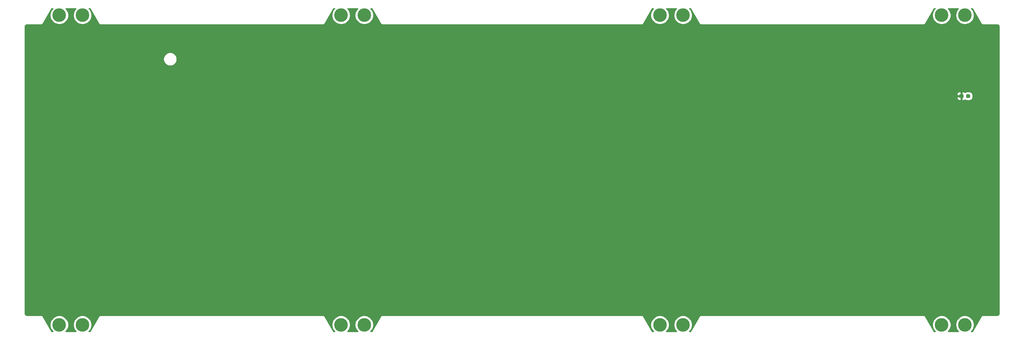
<source format=gbr>
G04 #@! TF.GenerationSoftware,KiCad,Pcbnew,(5.1.4-0)*
G04 #@! TF.CreationDate,2021-11-04T10:18:31-05:00*
G04 #@! TF.ProjectId,bottom_plate,626f7474-6f6d-45f7-906c-6174652e6b69,rev?*
G04 #@! TF.SameCoordinates,Original*
G04 #@! TF.FileFunction,Copper,L1,Top*
G04 #@! TF.FilePolarity,Positive*
%FSLAX46Y46*%
G04 Gerber Fmt 4.6, Leading zero omitted, Abs format (unit mm)*
G04 Created by KiCad (PCBNEW (5.1.4-0)) date 2021-11-04 10:18:31*
%MOMM*%
%LPD*%
G04 APERTURE LIST*
%ADD10C,3.500000*%
%ADD11C,0.100000*%
%ADD12C,0.950000*%
%ADD13C,0.500000*%
%ADD14C,0.250000*%
%ADD15C,0.254000*%
G04 APERTURE END LIST*
D10*
X389360818Y-38683016D03*
X383407698Y-118454824D03*
X383407698Y-38683016D03*
X316732754Y-118454824D03*
X316732754Y-38683016D03*
X228626578Y-118454824D03*
X228626578Y-38683016D03*
X161951634Y-118454824D03*
X161951634Y-38683016D03*
D11*
G36*
X390546780Y-59045048D02*
G01*
X390569835Y-59048467D01*
X390592444Y-59054131D01*
X390614388Y-59061983D01*
X390635458Y-59071948D01*
X390655449Y-59083930D01*
X390674169Y-59097814D01*
X390691439Y-59113466D01*
X390707091Y-59130736D01*
X390720975Y-59149456D01*
X390732957Y-59169447D01*
X390742922Y-59190517D01*
X390750774Y-59212461D01*
X390756438Y-59235070D01*
X390759857Y-59258125D01*
X390761001Y-59281404D01*
X390761001Y-59756404D01*
X390759857Y-59779683D01*
X390756438Y-59802738D01*
X390750774Y-59825347D01*
X390742922Y-59847291D01*
X390732957Y-59868361D01*
X390720975Y-59888352D01*
X390707091Y-59907072D01*
X390691439Y-59924342D01*
X390674169Y-59939994D01*
X390655449Y-59953878D01*
X390635458Y-59965860D01*
X390614388Y-59975825D01*
X390592444Y-59983677D01*
X390569835Y-59989341D01*
X390546780Y-59992760D01*
X390523501Y-59993904D01*
X389948501Y-59993904D01*
X389925222Y-59992760D01*
X389902167Y-59989341D01*
X389879558Y-59983677D01*
X389857614Y-59975825D01*
X389836544Y-59965860D01*
X389816553Y-59953878D01*
X389797833Y-59939994D01*
X389780563Y-59924342D01*
X389764911Y-59907072D01*
X389751027Y-59888352D01*
X389739045Y-59868361D01*
X389729080Y-59847291D01*
X389721228Y-59825347D01*
X389715564Y-59802738D01*
X389712145Y-59779683D01*
X389711001Y-59756404D01*
X389711001Y-59281404D01*
X389712145Y-59258125D01*
X389715564Y-59235070D01*
X389721228Y-59212461D01*
X389729080Y-59190517D01*
X389739045Y-59169447D01*
X389751027Y-59149456D01*
X389764911Y-59130736D01*
X389780563Y-59113466D01*
X389797833Y-59097814D01*
X389816553Y-59083930D01*
X389836544Y-59071948D01*
X389857614Y-59061983D01*
X389879558Y-59054131D01*
X389902167Y-59048467D01*
X389925222Y-59045048D01*
X389948501Y-59043904D01*
X390523501Y-59043904D01*
X390546780Y-59045048D01*
X390546780Y-59045048D01*
G37*
D12*
X390236001Y-59518904D03*
D11*
G36*
X388796780Y-59045048D02*
G01*
X388819835Y-59048467D01*
X388842444Y-59054131D01*
X388864388Y-59061983D01*
X388885458Y-59071948D01*
X388905449Y-59083930D01*
X388924169Y-59097814D01*
X388941439Y-59113466D01*
X388957091Y-59130736D01*
X388970975Y-59149456D01*
X388982957Y-59169447D01*
X388992922Y-59190517D01*
X389000774Y-59212461D01*
X389006438Y-59235070D01*
X389009857Y-59258125D01*
X389011001Y-59281404D01*
X389011001Y-59756404D01*
X389009857Y-59779683D01*
X389006438Y-59802738D01*
X389000774Y-59825347D01*
X388992922Y-59847291D01*
X388982957Y-59868361D01*
X388970975Y-59888352D01*
X388957091Y-59907072D01*
X388941439Y-59924342D01*
X388924169Y-59939994D01*
X388905449Y-59953878D01*
X388885458Y-59965860D01*
X388864388Y-59975825D01*
X388842444Y-59983677D01*
X388819835Y-59989341D01*
X388796780Y-59992760D01*
X388773501Y-59993904D01*
X388198501Y-59993904D01*
X388175222Y-59992760D01*
X388152167Y-59989341D01*
X388129558Y-59983677D01*
X388107614Y-59975825D01*
X388086544Y-59965860D01*
X388066553Y-59953878D01*
X388047833Y-59939994D01*
X388030563Y-59924342D01*
X388014911Y-59907072D01*
X388001027Y-59888352D01*
X387989045Y-59868361D01*
X387979080Y-59847291D01*
X387971228Y-59825347D01*
X387965564Y-59802738D01*
X387962145Y-59779683D01*
X387961001Y-59756404D01*
X387961001Y-59281404D01*
X387962145Y-59258125D01*
X387965564Y-59235070D01*
X387971228Y-59212461D01*
X387979080Y-59190517D01*
X387989045Y-59169447D01*
X388001027Y-59149456D01*
X388014911Y-59130736D01*
X388030563Y-59113466D01*
X388047833Y-59097814D01*
X388066553Y-59083930D01*
X388086544Y-59071948D01*
X388107614Y-59061983D01*
X388129558Y-59054131D01*
X388152167Y-59048467D01*
X388175222Y-59045048D01*
X388198501Y-59043904D01*
X388773501Y-59043904D01*
X388796780Y-59045048D01*
X388796780Y-59045048D01*
G37*
D12*
X388486001Y-59518904D03*
D10*
X310779634Y-118454824D03*
X310779701Y-38682951D03*
X234579607Y-118454824D03*
X234579608Y-38683016D03*
X155998315Y-118454824D03*
X155998514Y-38683016D03*
X389360818Y-118454824D03*
D13*
X385789477Y-59518840D03*
D14*
X388306682Y-59518840D02*
X385789477Y-59518840D01*
D15*
G36*
X308927151Y-37162602D02*
G01*
X308666141Y-37553230D01*
X308486355Y-37987272D01*
X308394701Y-38448049D01*
X308394701Y-38917853D01*
X308486355Y-39378630D01*
X308666141Y-39812672D01*
X308927151Y-40203300D01*
X309259352Y-40535501D01*
X309649980Y-40796511D01*
X310084022Y-40976297D01*
X310544799Y-41067951D01*
X311014603Y-41067951D01*
X311475380Y-40976297D01*
X311909422Y-40796511D01*
X312300050Y-40535501D01*
X312632251Y-40203300D01*
X312893261Y-39812672D01*
X313073047Y-39378630D01*
X313164701Y-38917853D01*
X313164701Y-38448049D01*
X313073047Y-37987272D01*
X312893261Y-37553230D01*
X312632251Y-37162602D01*
X312431353Y-36961704D01*
X315081167Y-36961704D01*
X314880204Y-37162667D01*
X314619194Y-37553295D01*
X314439408Y-37987337D01*
X314347754Y-38448114D01*
X314347754Y-38917918D01*
X314439408Y-39378695D01*
X314619194Y-39812737D01*
X314880204Y-40203365D01*
X315212405Y-40535566D01*
X315603033Y-40796576D01*
X316037075Y-40976362D01*
X316497852Y-41068016D01*
X316967656Y-41068016D01*
X317428433Y-40976362D01*
X317862475Y-40796576D01*
X318253103Y-40535566D01*
X318585304Y-40203365D01*
X318846314Y-39812737D01*
X319026100Y-39378695D01*
X319117754Y-38917918D01*
X319117754Y-38448114D01*
X319026100Y-37987337D01*
X318846314Y-37553295D01*
X318585304Y-37162667D01*
X318384341Y-36961704D01*
X318730990Y-36961704D01*
X320917609Y-40788290D01*
X320943825Y-40837337D01*
X320970415Y-40869737D01*
X320994693Y-40903937D01*
X321011575Y-40919891D01*
X321026302Y-40937835D01*
X321058704Y-40964427D01*
X321089185Y-40993231D01*
X321108853Y-41005583D01*
X321126800Y-41020312D01*
X321163768Y-41040072D01*
X321199281Y-41062375D01*
X321220983Y-41070654D01*
X321241457Y-41081597D01*
X321281569Y-41093765D01*
X321320752Y-41108712D01*
X321343649Y-41112597D01*
X321365867Y-41119337D01*
X321407586Y-41123446D01*
X321448929Y-41130461D01*
X321504587Y-41128887D01*
X378635911Y-41128952D01*
X378691522Y-41130525D01*
X378732851Y-41123512D01*
X378774584Y-41119402D01*
X378796809Y-41112660D01*
X378819699Y-41108776D01*
X378858869Y-41093834D01*
X378898994Y-41081662D01*
X378919474Y-41070715D01*
X378941170Y-41062439D01*
X378976672Y-41040143D01*
X379013651Y-41020377D01*
X379031603Y-41005644D01*
X379051266Y-40993295D01*
X379081739Y-40964498D01*
X379114149Y-40937900D01*
X379128879Y-40919951D01*
X379145758Y-40904001D01*
X379170031Y-40869808D01*
X379196626Y-40837402D01*
X379222852Y-40788337D01*
X381409462Y-36961768D01*
X381756047Y-36961768D01*
X381555148Y-37162667D01*
X381294138Y-37553295D01*
X381114352Y-37987337D01*
X381022698Y-38448114D01*
X381022698Y-38917918D01*
X381114352Y-39378695D01*
X381294138Y-39812737D01*
X381555148Y-40203365D01*
X381887349Y-40535566D01*
X382277977Y-40796576D01*
X382712019Y-40976362D01*
X383172796Y-41068016D01*
X383642600Y-41068016D01*
X384103377Y-40976362D01*
X384537419Y-40796576D01*
X384928047Y-40535566D01*
X385260248Y-40203365D01*
X385521258Y-39812737D01*
X385701044Y-39378695D01*
X385792698Y-38917918D01*
X385792698Y-38448114D01*
X385701044Y-37987337D01*
X385521258Y-37553295D01*
X385260248Y-37162667D01*
X385059349Y-36961768D01*
X387709167Y-36961768D01*
X387508268Y-37162667D01*
X387247258Y-37553295D01*
X387067472Y-37987337D01*
X386975818Y-38448114D01*
X386975818Y-38917918D01*
X387067472Y-39378695D01*
X387247258Y-39812737D01*
X387508268Y-40203365D01*
X387840469Y-40535566D01*
X388231097Y-40796576D01*
X388665139Y-40976362D01*
X389125916Y-41068016D01*
X389595720Y-41068016D01*
X390056497Y-40976362D01*
X390490539Y-40796576D01*
X390881167Y-40535566D01*
X391213368Y-40203365D01*
X391474378Y-39812737D01*
X391654164Y-39378695D01*
X391745818Y-38917918D01*
X391745818Y-38448114D01*
X391654164Y-37987337D01*
X391474378Y-37553295D01*
X391213368Y-37162667D01*
X391012469Y-36961768D01*
X391359054Y-36961768D01*
X393545663Y-40788337D01*
X393571889Y-40837402D01*
X393598484Y-40869808D01*
X393622757Y-40904001D01*
X393639636Y-40919951D01*
X393654366Y-40937900D01*
X393686776Y-40964498D01*
X393717249Y-40993295D01*
X393736912Y-41005644D01*
X393754864Y-41020377D01*
X393791843Y-41040143D01*
X393827345Y-41062439D01*
X393849041Y-41070715D01*
X393869521Y-41081662D01*
X393909646Y-41093834D01*
X393948816Y-41108776D01*
X393971706Y-41112660D01*
X393993931Y-41119402D01*
X394035664Y-41123512D01*
X394076993Y-41130525D01*
X394132618Y-41128952D01*
X397662909Y-41128952D01*
X397797637Y-41142162D01*
X397896182Y-41171915D01*
X397987079Y-41220245D01*
X398066848Y-41285303D01*
X398132471Y-41364628D01*
X398181431Y-41455178D01*
X398211872Y-41553515D01*
X398226411Y-41691843D01*
X398226410Y-115439867D01*
X398212600Y-115580714D01*
X398182846Y-115679263D01*
X398134516Y-115770157D01*
X398069459Y-115849926D01*
X397990136Y-115915547D01*
X397899584Y-115964509D01*
X397801249Y-115994949D01*
X397666814Y-116009079D01*
X394132661Y-116008889D01*
X394076993Y-116007315D01*
X394035669Y-116014327D01*
X393993966Y-116018432D01*
X393971730Y-116025176D01*
X393948816Y-116029064D01*
X393909653Y-116044003D01*
X393869554Y-116056165D01*
X393849062Y-116067117D01*
X393827345Y-116075401D01*
X393791848Y-116097694D01*
X393754894Y-116117444D01*
X393736932Y-116132183D01*
X393717249Y-116144545D01*
X393686782Y-116173336D01*
X393654392Y-116199915D01*
X393639653Y-116217873D01*
X393622757Y-116233839D01*
X393598489Y-116268025D01*
X393571909Y-116300409D01*
X393545684Y-116349467D01*
X391359054Y-120176072D01*
X391012469Y-120176072D01*
X391213368Y-119975173D01*
X391474378Y-119584545D01*
X391654164Y-119150503D01*
X391745818Y-118689726D01*
X391745818Y-118219922D01*
X391654164Y-117759145D01*
X391474378Y-117325103D01*
X391213368Y-116934475D01*
X390881167Y-116602274D01*
X390490539Y-116341264D01*
X390056497Y-116161478D01*
X389595720Y-116069824D01*
X389125916Y-116069824D01*
X388665139Y-116161478D01*
X388231097Y-116341264D01*
X387840469Y-116602274D01*
X387508268Y-116934475D01*
X387247258Y-117325103D01*
X387067472Y-117759145D01*
X386975818Y-118219922D01*
X386975818Y-118689726D01*
X387067472Y-119150503D01*
X387247258Y-119584545D01*
X387508268Y-119975173D01*
X387709167Y-120176072D01*
X385059349Y-120176072D01*
X385260248Y-119975173D01*
X385521258Y-119584545D01*
X385701044Y-119150503D01*
X385792698Y-118689726D01*
X385792698Y-118219922D01*
X385701044Y-117759145D01*
X385521258Y-117325103D01*
X385260248Y-116934475D01*
X384928047Y-116602274D01*
X384537419Y-116341264D01*
X384103377Y-116161478D01*
X383642600Y-116069824D01*
X383172796Y-116069824D01*
X382712019Y-116161478D01*
X382277977Y-116341264D01*
X381887349Y-116602274D01*
X381555148Y-116934475D01*
X381294138Y-117325103D01*
X381114352Y-117759145D01*
X381022698Y-118219922D01*
X381022698Y-118689726D01*
X381114352Y-119150503D01*
X381294138Y-119584545D01*
X381555148Y-119975173D01*
X381756047Y-120176072D01*
X381409462Y-120176072D01*
X379222852Y-116349503D01*
X379196626Y-116300437D01*
X379170028Y-116268027D01*
X379145758Y-116233839D01*
X379128879Y-116217889D01*
X379114148Y-116199939D01*
X379081740Y-116173343D01*
X379051266Y-116144545D01*
X379031600Y-116132194D01*
X379013650Y-116117463D01*
X378976678Y-116097701D01*
X378941170Y-116075401D01*
X378919471Y-116067123D01*
X378898993Y-116056178D01*
X378858873Y-116044008D01*
X378819699Y-116029064D01*
X378796807Y-116025180D01*
X378774583Y-116018438D01*
X378732853Y-116014328D01*
X378691522Y-116007315D01*
X378635910Y-116008888D01*
X321509112Y-116009017D01*
X321448929Y-116007315D01*
X321405789Y-116014635D01*
X321365866Y-116018567D01*
X321344604Y-116025017D01*
X321320752Y-116029064D01*
X321279934Y-116044635D01*
X321241456Y-116056307D01*
X321221816Y-116066805D01*
X321199281Y-116075401D01*
X321162405Y-116098560D01*
X321126799Y-116117592D01*
X321109514Y-116131778D01*
X321089185Y-116144545D01*
X321057675Y-116174321D01*
X321026301Y-116200070D01*
X321012043Y-116217443D01*
X320994693Y-116233839D01*
X320969739Y-116268992D01*
X320943825Y-116300568D01*
X320918676Y-116347618D01*
X318730990Y-120176072D01*
X318384405Y-120176072D01*
X318585304Y-119975173D01*
X318846314Y-119584545D01*
X319026100Y-119150503D01*
X319117754Y-118689726D01*
X319117754Y-118219922D01*
X319026100Y-117759145D01*
X318846314Y-117325103D01*
X318585304Y-116934475D01*
X318253103Y-116602274D01*
X317862475Y-116341264D01*
X317428433Y-116161478D01*
X316967656Y-116069824D01*
X316497852Y-116069824D01*
X316037075Y-116161478D01*
X315603033Y-116341264D01*
X315212405Y-116602274D01*
X314880204Y-116934475D01*
X314619194Y-117325103D01*
X314439408Y-117759145D01*
X314347754Y-118219922D01*
X314347754Y-118689726D01*
X314439408Y-119150503D01*
X314619194Y-119584545D01*
X314880204Y-119975173D01*
X315081103Y-120176072D01*
X312431285Y-120176072D01*
X312632184Y-119975173D01*
X312893194Y-119584545D01*
X313072980Y-119150503D01*
X313164634Y-118689726D01*
X313164634Y-118219922D01*
X313072980Y-117759145D01*
X312893194Y-117325103D01*
X312632184Y-116934475D01*
X312299983Y-116602274D01*
X311909355Y-116341264D01*
X311475313Y-116161478D01*
X311014536Y-116069824D01*
X310544732Y-116069824D01*
X310083955Y-116161478D01*
X309649913Y-116341264D01*
X309259285Y-116602274D01*
X308927084Y-116934475D01*
X308666074Y-117325103D01*
X308486288Y-117759145D01*
X308394634Y-118219922D01*
X308394634Y-118689726D01*
X308486288Y-119150503D01*
X308666074Y-119584545D01*
X308927084Y-119975173D01*
X309127983Y-120176072D01*
X308781398Y-120176072D01*
X306593726Y-116347645D01*
X306568563Y-116300568D01*
X306542642Y-116268983D01*
X306517694Y-116233839D01*
X306500347Y-116217447D01*
X306486086Y-116200069D01*
X306454704Y-116174314D01*
X306423202Y-116144545D01*
X306402878Y-116131781D01*
X306385589Y-116117592D01*
X306349976Y-116098557D01*
X306313106Y-116075401D01*
X306290574Y-116066806D01*
X306270932Y-116056307D01*
X306232449Y-116044633D01*
X306191635Y-116029064D01*
X306167785Y-116025017D01*
X306146522Y-116018567D01*
X306106597Y-116014635D01*
X306063458Y-116007315D01*
X306003292Y-116009017D01*
X239351501Y-116008888D01*
X239295873Y-116007315D01*
X239254541Y-116014328D01*
X239212813Y-116018438D01*
X239190590Y-116025179D01*
X239167696Y-116029064D01*
X239128518Y-116044009D01*
X239088403Y-116056178D01*
X239067928Y-116067122D01*
X239046225Y-116075401D01*
X239010712Y-116097705D01*
X238973746Y-116117463D01*
X238955799Y-116132191D01*
X238936129Y-116144545D01*
X238905647Y-116173350D01*
X238873247Y-116199940D01*
X238858520Y-116217885D01*
X238841637Y-116233839D01*
X238817361Y-116268036D01*
X238790770Y-116300437D01*
X238764552Y-116349488D01*
X236577934Y-120176072D01*
X236231258Y-120176072D01*
X236432157Y-119975173D01*
X236693167Y-119584545D01*
X236872953Y-119150503D01*
X236964607Y-118689726D01*
X236964607Y-118219922D01*
X236872953Y-117759145D01*
X236693167Y-117325103D01*
X236432157Y-116934475D01*
X236099956Y-116602274D01*
X235709328Y-116341264D01*
X235275286Y-116161478D01*
X234814509Y-116069824D01*
X234344705Y-116069824D01*
X233883928Y-116161478D01*
X233449886Y-116341264D01*
X233059258Y-116602274D01*
X232727057Y-116934475D01*
X232466047Y-117325103D01*
X232286261Y-117759145D01*
X232194607Y-118219922D01*
X232194607Y-118689726D01*
X232286261Y-119150503D01*
X232466047Y-119584545D01*
X232727057Y-119975173D01*
X232927956Y-120176072D01*
X230278229Y-120176072D01*
X230479128Y-119975173D01*
X230740138Y-119584545D01*
X230919924Y-119150503D01*
X231011578Y-118689726D01*
X231011578Y-118219922D01*
X230919924Y-117759145D01*
X230740138Y-117325103D01*
X230479128Y-116934475D01*
X230146927Y-116602274D01*
X229756299Y-116341264D01*
X229322257Y-116161478D01*
X228861480Y-116069824D01*
X228391676Y-116069824D01*
X227930899Y-116161478D01*
X227496857Y-116341264D01*
X227106229Y-116602274D01*
X226774028Y-116934475D01*
X226513018Y-117325103D01*
X226333232Y-117759145D01*
X226241578Y-118219922D01*
X226241578Y-118689726D01*
X226333232Y-119150503D01*
X226513018Y-119584545D01*
X226774028Y-119975173D01*
X226974927Y-120176072D01*
X226628342Y-120176072D01*
X224441745Y-116349527D01*
X224415507Y-116300438D01*
X224388905Y-116268023D01*
X224364638Y-116233839D01*
X224347764Y-116217893D01*
X224333030Y-116199940D01*
X224300612Y-116173335D01*
X224270146Y-116144545D01*
X224250488Y-116132199D01*
X224232532Y-116117463D01*
X224195546Y-116097694D01*
X224160050Y-116075401D01*
X224138358Y-116067126D01*
X224117875Y-116056178D01*
X224077745Y-116044005D01*
X224038579Y-116029064D01*
X224015692Y-116025180D01*
X223993465Y-116018438D01*
X223951730Y-116014328D01*
X223910402Y-116007315D01*
X223854793Y-116008888D01*
X166723434Y-116008888D01*
X166667809Y-116007315D01*
X166626480Y-116014328D01*
X166584747Y-116018438D01*
X166562522Y-116025180D01*
X166539632Y-116029064D01*
X166500462Y-116044006D01*
X166460337Y-116056178D01*
X166439857Y-116067125D01*
X166418161Y-116075401D01*
X166382659Y-116097697D01*
X166345680Y-116117463D01*
X166327728Y-116132196D01*
X166308065Y-116144545D01*
X166277592Y-116173342D01*
X166245182Y-116199940D01*
X166230452Y-116217889D01*
X166213573Y-116233839D01*
X166189300Y-116268032D01*
X166162705Y-116300438D01*
X166136481Y-116349500D01*
X163949870Y-120176072D01*
X163603285Y-120176072D01*
X163804184Y-119975173D01*
X164065194Y-119584545D01*
X164244980Y-119150503D01*
X164336634Y-118689726D01*
X164336634Y-118219922D01*
X164244980Y-117759145D01*
X164065194Y-117325103D01*
X163804184Y-116934475D01*
X163471983Y-116602274D01*
X163081355Y-116341264D01*
X162647313Y-116161478D01*
X162186536Y-116069824D01*
X161716732Y-116069824D01*
X161255955Y-116161478D01*
X160821913Y-116341264D01*
X160431285Y-116602274D01*
X160099084Y-116934475D01*
X159838074Y-117325103D01*
X159658288Y-117759145D01*
X159566634Y-118219922D01*
X159566634Y-118689726D01*
X159658288Y-119150503D01*
X159838074Y-119584545D01*
X160099084Y-119975173D01*
X160299983Y-120176072D01*
X157649966Y-120176072D01*
X157850865Y-119975173D01*
X158111875Y-119584545D01*
X158291661Y-119150503D01*
X158383315Y-118689726D01*
X158383315Y-118219922D01*
X158291661Y-117759145D01*
X158111875Y-117325103D01*
X157850865Y-116934475D01*
X157518664Y-116602274D01*
X157128036Y-116341264D01*
X156693994Y-116161478D01*
X156233217Y-116069824D01*
X155763413Y-116069824D01*
X155302636Y-116161478D01*
X154868594Y-116341264D01*
X154477966Y-116602274D01*
X154145765Y-116934475D01*
X153884755Y-117325103D01*
X153704969Y-117759145D01*
X153613315Y-118219922D01*
X153613315Y-118689726D01*
X153704969Y-119150503D01*
X153884755Y-119584545D01*
X154145765Y-119975173D01*
X154346664Y-120176072D01*
X154000278Y-120176072D01*
X151813681Y-116349527D01*
X151787443Y-116300438D01*
X151760841Y-116268023D01*
X151736574Y-116233839D01*
X151719700Y-116217893D01*
X151704966Y-116199940D01*
X151672548Y-116173335D01*
X151642082Y-116144545D01*
X151622424Y-116132199D01*
X151604468Y-116117463D01*
X151567482Y-116097694D01*
X151531986Y-116075401D01*
X151510294Y-116067126D01*
X151489811Y-116056178D01*
X151449681Y-116044005D01*
X151410515Y-116029064D01*
X151387628Y-116025180D01*
X151365401Y-116018438D01*
X151323666Y-116014328D01*
X151282338Y-116007315D01*
X151226729Y-116008888D01*
X147696423Y-116008888D01*
X147561696Y-115995678D01*
X147463147Y-115965924D01*
X147372253Y-115917594D01*
X147292484Y-115852537D01*
X147226863Y-115773214D01*
X147177901Y-115682662D01*
X147147461Y-115584327D01*
X147132850Y-115445309D01*
X147133354Y-59993904D01*
X387322929Y-59993904D01*
X387335189Y-60118386D01*
X387371499Y-60238084D01*
X387430464Y-60348398D01*
X387509816Y-60445089D01*
X387606507Y-60524441D01*
X387716821Y-60583406D01*
X387836519Y-60619716D01*
X387961001Y-60631976D01*
X388200251Y-60628904D01*
X388359001Y-60470154D01*
X388359001Y-59645904D01*
X387484751Y-59645904D01*
X387326001Y-59804654D01*
X387322929Y-59993904D01*
X147133354Y-59993904D01*
X147133362Y-59043904D01*
X387322929Y-59043904D01*
X387326001Y-59233154D01*
X387484751Y-59391904D01*
X388359001Y-59391904D01*
X388359001Y-58567654D01*
X388613001Y-58567654D01*
X388613001Y-59391904D01*
X388633001Y-59391904D01*
X388633001Y-59645904D01*
X388613001Y-59645904D01*
X388613001Y-60470154D01*
X388771751Y-60628904D01*
X389011001Y-60631976D01*
X389135483Y-60619716D01*
X389255181Y-60583406D01*
X389365495Y-60524441D01*
X389438162Y-60464805D01*
X389462059Y-60484416D01*
X389613434Y-60565327D01*
X389777685Y-60615152D01*
X389948501Y-60631976D01*
X390523501Y-60631976D01*
X390694317Y-60615152D01*
X390858568Y-60565327D01*
X391009943Y-60484416D01*
X391142624Y-60375527D01*
X391251513Y-60242846D01*
X391332424Y-60091471D01*
X391382249Y-59927220D01*
X391399073Y-59756404D01*
X391399073Y-59281404D01*
X391382249Y-59110588D01*
X391332424Y-58946337D01*
X391251513Y-58794962D01*
X391142624Y-58662281D01*
X391009943Y-58553392D01*
X390858568Y-58472481D01*
X390694317Y-58422656D01*
X390523501Y-58405832D01*
X389948501Y-58405832D01*
X389777685Y-58422656D01*
X389613434Y-58472481D01*
X389462059Y-58553392D01*
X389438162Y-58573003D01*
X389365495Y-58513367D01*
X389255181Y-58454402D01*
X389135483Y-58418092D01*
X389011001Y-58405832D01*
X388771751Y-58408904D01*
X388613001Y-58567654D01*
X388359001Y-58567654D01*
X388200251Y-58408904D01*
X387961001Y-58405832D01*
X387836519Y-58418092D01*
X387716821Y-58454402D01*
X387606507Y-58513367D01*
X387509816Y-58592719D01*
X387430464Y-58689410D01*
X387371499Y-58799724D01*
X387335189Y-58919422D01*
X387322929Y-59043904D01*
X147133362Y-59043904D01*
X147133447Y-49823061D01*
X182838490Y-49823061D01*
X182838490Y-50164827D01*
X182905165Y-50500025D01*
X183035953Y-50815775D01*
X183225827Y-51099942D01*
X183467492Y-51341607D01*
X183751659Y-51531481D01*
X184067409Y-51662269D01*
X184402607Y-51728944D01*
X184744373Y-51728944D01*
X185079571Y-51662269D01*
X185395321Y-51531481D01*
X185679488Y-51341607D01*
X185921153Y-51099942D01*
X186111027Y-50815775D01*
X186241815Y-50500025D01*
X186308490Y-50164827D01*
X186308490Y-49823061D01*
X186241815Y-49487863D01*
X186111027Y-49172113D01*
X185921153Y-48887946D01*
X185679488Y-48646281D01*
X185395321Y-48456407D01*
X185079571Y-48325619D01*
X184744373Y-48258944D01*
X184402607Y-48258944D01*
X184067409Y-48325619D01*
X183751659Y-48456407D01*
X183467492Y-48646281D01*
X183225827Y-48887946D01*
X183035953Y-49172113D01*
X182905165Y-49487863D01*
X182838490Y-49823061D01*
X147133447Y-49823061D01*
X147133521Y-41691859D01*
X147146732Y-41557125D01*
X147176485Y-41458580D01*
X147224815Y-41367683D01*
X147289873Y-41287914D01*
X147369198Y-41222291D01*
X147459748Y-41173331D01*
X147558085Y-41142890D01*
X147691378Y-41128880D01*
X151226699Y-41128951D01*
X151282338Y-41130525D01*
X151323669Y-41123512D01*
X151365387Y-41119404D01*
X151387615Y-41112662D01*
X151410515Y-41108776D01*
X151449681Y-41093835D01*
X151489798Y-41081667D01*
X151510284Y-41070718D01*
X151531986Y-41062439D01*
X151567485Y-41040145D01*
X151604456Y-41020384D01*
X151622412Y-41005648D01*
X151642082Y-40993295D01*
X151672551Y-40964502D01*
X151704956Y-40937909D01*
X151719691Y-40919955D01*
X151736574Y-40904001D01*
X151760841Y-40869816D01*
X151787435Y-40837413D01*
X151813668Y-40788337D01*
X154000278Y-36961768D01*
X154346863Y-36961768D01*
X154145964Y-37162667D01*
X153884954Y-37553295D01*
X153705168Y-37987337D01*
X153613514Y-38448114D01*
X153613514Y-38917918D01*
X153705168Y-39378695D01*
X153884954Y-39812737D01*
X154145964Y-40203365D01*
X154478165Y-40535566D01*
X154868793Y-40796576D01*
X155302835Y-40976362D01*
X155763612Y-41068016D01*
X156233416Y-41068016D01*
X156694193Y-40976362D01*
X157128235Y-40796576D01*
X157518863Y-40535566D01*
X157851064Y-40203365D01*
X158112074Y-39812737D01*
X158291860Y-39378695D01*
X158383514Y-38917918D01*
X158383514Y-38448114D01*
X158291860Y-37987337D01*
X158112074Y-37553295D01*
X157851064Y-37162667D01*
X157650165Y-36961768D01*
X160299983Y-36961768D01*
X160099084Y-37162667D01*
X159838074Y-37553295D01*
X159658288Y-37987337D01*
X159566634Y-38448114D01*
X159566634Y-38917918D01*
X159658288Y-39378695D01*
X159838074Y-39812737D01*
X160099084Y-40203365D01*
X160431285Y-40535566D01*
X160821913Y-40796576D01*
X161255955Y-40976362D01*
X161716732Y-41068016D01*
X162186536Y-41068016D01*
X162647313Y-40976362D01*
X163081355Y-40796576D01*
X163471983Y-40535566D01*
X163804184Y-40203365D01*
X164065194Y-39812737D01*
X164244980Y-39378695D01*
X164336634Y-38917918D01*
X164336634Y-38448114D01*
X164244980Y-37987337D01*
X164065194Y-37553295D01*
X163804184Y-37162667D01*
X163603285Y-36961768D01*
X163949870Y-36961768D01*
X166136479Y-40788337D01*
X166162705Y-40837402D01*
X166189300Y-40869808D01*
X166213573Y-40904001D01*
X166230452Y-40919951D01*
X166245182Y-40937900D01*
X166277592Y-40964498D01*
X166308065Y-40993295D01*
X166327728Y-41005644D01*
X166345680Y-41020377D01*
X166382659Y-41040143D01*
X166418161Y-41062439D01*
X166439857Y-41070715D01*
X166460337Y-41081662D01*
X166500462Y-41093834D01*
X166539632Y-41108776D01*
X166562522Y-41112660D01*
X166584747Y-41119402D01*
X166626480Y-41123512D01*
X166667809Y-41130525D01*
X166723434Y-41128952D01*
X223854793Y-41128952D01*
X223910402Y-41130525D01*
X223951730Y-41123512D01*
X223993465Y-41119402D01*
X224015692Y-41112660D01*
X224038579Y-41108776D01*
X224077745Y-41093835D01*
X224117875Y-41081662D01*
X224138358Y-41070714D01*
X224160050Y-41062439D01*
X224195546Y-41040146D01*
X224232532Y-41020377D01*
X224250488Y-41005641D01*
X224270146Y-40993295D01*
X224300612Y-40964505D01*
X224333030Y-40937900D01*
X224347764Y-40919947D01*
X224364638Y-40904001D01*
X224388905Y-40869817D01*
X224415507Y-40837402D01*
X224441745Y-40788313D01*
X226628342Y-36961768D01*
X226974927Y-36961768D01*
X226774028Y-37162667D01*
X226513018Y-37553295D01*
X226333232Y-37987337D01*
X226241578Y-38448114D01*
X226241578Y-38917918D01*
X226333232Y-39378695D01*
X226513018Y-39812737D01*
X226774028Y-40203365D01*
X227106229Y-40535566D01*
X227496857Y-40796576D01*
X227930899Y-40976362D01*
X228391676Y-41068016D01*
X228861480Y-41068016D01*
X229322257Y-40976362D01*
X229756299Y-40796576D01*
X230146927Y-40535566D01*
X230479128Y-40203365D01*
X230740138Y-39812737D01*
X230919924Y-39378695D01*
X231011578Y-38917918D01*
X231011578Y-38448114D01*
X230919924Y-37987337D01*
X230740138Y-37553295D01*
X230479128Y-37162667D01*
X230278229Y-36961768D01*
X232927957Y-36961768D01*
X232727058Y-37162667D01*
X232466048Y-37553295D01*
X232286262Y-37987337D01*
X232194608Y-38448114D01*
X232194608Y-38917918D01*
X232286262Y-39378695D01*
X232466048Y-39812737D01*
X232727058Y-40203365D01*
X233059259Y-40535566D01*
X233449887Y-40796576D01*
X233883929Y-40976362D01*
X234344706Y-41068016D01*
X234814510Y-41068016D01*
X235275287Y-40976362D01*
X235709329Y-40796576D01*
X236099957Y-40535566D01*
X236432158Y-40203365D01*
X236693168Y-39812737D01*
X236872954Y-39378695D01*
X236964608Y-38917918D01*
X236964608Y-38448114D01*
X236872954Y-37987337D01*
X236693168Y-37553295D01*
X236432158Y-37162667D01*
X236231259Y-36961768D01*
X236577934Y-36961768D01*
X238764560Y-40788367D01*
X238790770Y-40837402D01*
X238817358Y-40869799D01*
X238841637Y-40904001D01*
X238858520Y-40919956D01*
X238873247Y-40937900D01*
X238905650Y-40964492D01*
X238936129Y-40993295D01*
X238955796Y-41005646D01*
X238973745Y-41020377D01*
X239010717Y-41040139D01*
X239046225Y-41062439D01*
X239067924Y-41070717D01*
X239088402Y-41081662D01*
X239128522Y-41093832D01*
X239167696Y-41108776D01*
X239190588Y-41112660D01*
X239212812Y-41119402D01*
X239254542Y-41123512D01*
X239295873Y-41130525D01*
X239351499Y-41128952D01*
X306007815Y-41128887D01*
X306063458Y-41130461D01*
X306104800Y-41123446D01*
X306146521Y-41119337D01*
X306168740Y-41112597D01*
X306191635Y-41108712D01*
X306230814Y-41093767D01*
X306270931Y-41081597D01*
X306291407Y-41070652D01*
X306313106Y-41062375D01*
X306348613Y-41040075D01*
X306385588Y-41020312D01*
X306403538Y-41005580D01*
X306423202Y-40993231D01*
X306453676Y-40964433D01*
X306486086Y-40937835D01*
X306500816Y-40919887D01*
X306517694Y-40903937D01*
X306541966Y-40869746D01*
X306568563Y-40837337D01*
X306594793Y-40788263D01*
X308781398Y-36961704D01*
X309128049Y-36961704D01*
X308927151Y-37162602D01*
X308927151Y-37162602D01*
G37*
X308927151Y-37162602D02*
X308666141Y-37553230D01*
X308486355Y-37987272D01*
X308394701Y-38448049D01*
X308394701Y-38917853D01*
X308486355Y-39378630D01*
X308666141Y-39812672D01*
X308927151Y-40203300D01*
X309259352Y-40535501D01*
X309649980Y-40796511D01*
X310084022Y-40976297D01*
X310544799Y-41067951D01*
X311014603Y-41067951D01*
X311475380Y-40976297D01*
X311909422Y-40796511D01*
X312300050Y-40535501D01*
X312632251Y-40203300D01*
X312893261Y-39812672D01*
X313073047Y-39378630D01*
X313164701Y-38917853D01*
X313164701Y-38448049D01*
X313073047Y-37987272D01*
X312893261Y-37553230D01*
X312632251Y-37162602D01*
X312431353Y-36961704D01*
X315081167Y-36961704D01*
X314880204Y-37162667D01*
X314619194Y-37553295D01*
X314439408Y-37987337D01*
X314347754Y-38448114D01*
X314347754Y-38917918D01*
X314439408Y-39378695D01*
X314619194Y-39812737D01*
X314880204Y-40203365D01*
X315212405Y-40535566D01*
X315603033Y-40796576D01*
X316037075Y-40976362D01*
X316497852Y-41068016D01*
X316967656Y-41068016D01*
X317428433Y-40976362D01*
X317862475Y-40796576D01*
X318253103Y-40535566D01*
X318585304Y-40203365D01*
X318846314Y-39812737D01*
X319026100Y-39378695D01*
X319117754Y-38917918D01*
X319117754Y-38448114D01*
X319026100Y-37987337D01*
X318846314Y-37553295D01*
X318585304Y-37162667D01*
X318384341Y-36961704D01*
X318730990Y-36961704D01*
X320917609Y-40788290D01*
X320943825Y-40837337D01*
X320970415Y-40869737D01*
X320994693Y-40903937D01*
X321011575Y-40919891D01*
X321026302Y-40937835D01*
X321058704Y-40964427D01*
X321089185Y-40993231D01*
X321108853Y-41005583D01*
X321126800Y-41020312D01*
X321163768Y-41040072D01*
X321199281Y-41062375D01*
X321220983Y-41070654D01*
X321241457Y-41081597D01*
X321281569Y-41093765D01*
X321320752Y-41108712D01*
X321343649Y-41112597D01*
X321365867Y-41119337D01*
X321407586Y-41123446D01*
X321448929Y-41130461D01*
X321504587Y-41128887D01*
X378635911Y-41128952D01*
X378691522Y-41130525D01*
X378732851Y-41123512D01*
X378774584Y-41119402D01*
X378796809Y-41112660D01*
X378819699Y-41108776D01*
X378858869Y-41093834D01*
X378898994Y-41081662D01*
X378919474Y-41070715D01*
X378941170Y-41062439D01*
X378976672Y-41040143D01*
X379013651Y-41020377D01*
X379031603Y-41005644D01*
X379051266Y-40993295D01*
X379081739Y-40964498D01*
X379114149Y-40937900D01*
X379128879Y-40919951D01*
X379145758Y-40904001D01*
X379170031Y-40869808D01*
X379196626Y-40837402D01*
X379222852Y-40788337D01*
X381409462Y-36961768D01*
X381756047Y-36961768D01*
X381555148Y-37162667D01*
X381294138Y-37553295D01*
X381114352Y-37987337D01*
X381022698Y-38448114D01*
X381022698Y-38917918D01*
X381114352Y-39378695D01*
X381294138Y-39812737D01*
X381555148Y-40203365D01*
X381887349Y-40535566D01*
X382277977Y-40796576D01*
X382712019Y-40976362D01*
X383172796Y-41068016D01*
X383642600Y-41068016D01*
X384103377Y-40976362D01*
X384537419Y-40796576D01*
X384928047Y-40535566D01*
X385260248Y-40203365D01*
X385521258Y-39812737D01*
X385701044Y-39378695D01*
X385792698Y-38917918D01*
X385792698Y-38448114D01*
X385701044Y-37987337D01*
X385521258Y-37553295D01*
X385260248Y-37162667D01*
X385059349Y-36961768D01*
X387709167Y-36961768D01*
X387508268Y-37162667D01*
X387247258Y-37553295D01*
X387067472Y-37987337D01*
X386975818Y-38448114D01*
X386975818Y-38917918D01*
X387067472Y-39378695D01*
X387247258Y-39812737D01*
X387508268Y-40203365D01*
X387840469Y-40535566D01*
X388231097Y-40796576D01*
X388665139Y-40976362D01*
X389125916Y-41068016D01*
X389595720Y-41068016D01*
X390056497Y-40976362D01*
X390490539Y-40796576D01*
X390881167Y-40535566D01*
X391213368Y-40203365D01*
X391474378Y-39812737D01*
X391654164Y-39378695D01*
X391745818Y-38917918D01*
X391745818Y-38448114D01*
X391654164Y-37987337D01*
X391474378Y-37553295D01*
X391213368Y-37162667D01*
X391012469Y-36961768D01*
X391359054Y-36961768D01*
X393545663Y-40788337D01*
X393571889Y-40837402D01*
X393598484Y-40869808D01*
X393622757Y-40904001D01*
X393639636Y-40919951D01*
X393654366Y-40937900D01*
X393686776Y-40964498D01*
X393717249Y-40993295D01*
X393736912Y-41005644D01*
X393754864Y-41020377D01*
X393791843Y-41040143D01*
X393827345Y-41062439D01*
X393849041Y-41070715D01*
X393869521Y-41081662D01*
X393909646Y-41093834D01*
X393948816Y-41108776D01*
X393971706Y-41112660D01*
X393993931Y-41119402D01*
X394035664Y-41123512D01*
X394076993Y-41130525D01*
X394132618Y-41128952D01*
X397662909Y-41128952D01*
X397797637Y-41142162D01*
X397896182Y-41171915D01*
X397987079Y-41220245D01*
X398066848Y-41285303D01*
X398132471Y-41364628D01*
X398181431Y-41455178D01*
X398211872Y-41553515D01*
X398226411Y-41691843D01*
X398226410Y-115439867D01*
X398212600Y-115580714D01*
X398182846Y-115679263D01*
X398134516Y-115770157D01*
X398069459Y-115849926D01*
X397990136Y-115915547D01*
X397899584Y-115964509D01*
X397801249Y-115994949D01*
X397666814Y-116009079D01*
X394132661Y-116008889D01*
X394076993Y-116007315D01*
X394035669Y-116014327D01*
X393993966Y-116018432D01*
X393971730Y-116025176D01*
X393948816Y-116029064D01*
X393909653Y-116044003D01*
X393869554Y-116056165D01*
X393849062Y-116067117D01*
X393827345Y-116075401D01*
X393791848Y-116097694D01*
X393754894Y-116117444D01*
X393736932Y-116132183D01*
X393717249Y-116144545D01*
X393686782Y-116173336D01*
X393654392Y-116199915D01*
X393639653Y-116217873D01*
X393622757Y-116233839D01*
X393598489Y-116268025D01*
X393571909Y-116300409D01*
X393545684Y-116349467D01*
X391359054Y-120176072D01*
X391012469Y-120176072D01*
X391213368Y-119975173D01*
X391474378Y-119584545D01*
X391654164Y-119150503D01*
X391745818Y-118689726D01*
X391745818Y-118219922D01*
X391654164Y-117759145D01*
X391474378Y-117325103D01*
X391213368Y-116934475D01*
X390881167Y-116602274D01*
X390490539Y-116341264D01*
X390056497Y-116161478D01*
X389595720Y-116069824D01*
X389125916Y-116069824D01*
X388665139Y-116161478D01*
X388231097Y-116341264D01*
X387840469Y-116602274D01*
X387508268Y-116934475D01*
X387247258Y-117325103D01*
X387067472Y-117759145D01*
X386975818Y-118219922D01*
X386975818Y-118689726D01*
X387067472Y-119150503D01*
X387247258Y-119584545D01*
X387508268Y-119975173D01*
X387709167Y-120176072D01*
X385059349Y-120176072D01*
X385260248Y-119975173D01*
X385521258Y-119584545D01*
X385701044Y-119150503D01*
X385792698Y-118689726D01*
X385792698Y-118219922D01*
X385701044Y-117759145D01*
X385521258Y-117325103D01*
X385260248Y-116934475D01*
X384928047Y-116602274D01*
X384537419Y-116341264D01*
X384103377Y-116161478D01*
X383642600Y-116069824D01*
X383172796Y-116069824D01*
X382712019Y-116161478D01*
X382277977Y-116341264D01*
X381887349Y-116602274D01*
X381555148Y-116934475D01*
X381294138Y-117325103D01*
X381114352Y-117759145D01*
X381022698Y-118219922D01*
X381022698Y-118689726D01*
X381114352Y-119150503D01*
X381294138Y-119584545D01*
X381555148Y-119975173D01*
X381756047Y-120176072D01*
X381409462Y-120176072D01*
X379222852Y-116349503D01*
X379196626Y-116300437D01*
X379170028Y-116268027D01*
X379145758Y-116233839D01*
X379128879Y-116217889D01*
X379114148Y-116199939D01*
X379081740Y-116173343D01*
X379051266Y-116144545D01*
X379031600Y-116132194D01*
X379013650Y-116117463D01*
X378976678Y-116097701D01*
X378941170Y-116075401D01*
X378919471Y-116067123D01*
X378898993Y-116056178D01*
X378858873Y-116044008D01*
X378819699Y-116029064D01*
X378796807Y-116025180D01*
X378774583Y-116018438D01*
X378732853Y-116014328D01*
X378691522Y-116007315D01*
X378635910Y-116008888D01*
X321509112Y-116009017D01*
X321448929Y-116007315D01*
X321405789Y-116014635D01*
X321365866Y-116018567D01*
X321344604Y-116025017D01*
X321320752Y-116029064D01*
X321279934Y-116044635D01*
X321241456Y-116056307D01*
X321221816Y-116066805D01*
X321199281Y-116075401D01*
X321162405Y-116098560D01*
X321126799Y-116117592D01*
X321109514Y-116131778D01*
X321089185Y-116144545D01*
X321057675Y-116174321D01*
X321026301Y-116200070D01*
X321012043Y-116217443D01*
X320994693Y-116233839D01*
X320969739Y-116268992D01*
X320943825Y-116300568D01*
X320918676Y-116347618D01*
X318730990Y-120176072D01*
X318384405Y-120176072D01*
X318585304Y-119975173D01*
X318846314Y-119584545D01*
X319026100Y-119150503D01*
X319117754Y-118689726D01*
X319117754Y-118219922D01*
X319026100Y-117759145D01*
X318846314Y-117325103D01*
X318585304Y-116934475D01*
X318253103Y-116602274D01*
X317862475Y-116341264D01*
X317428433Y-116161478D01*
X316967656Y-116069824D01*
X316497852Y-116069824D01*
X316037075Y-116161478D01*
X315603033Y-116341264D01*
X315212405Y-116602274D01*
X314880204Y-116934475D01*
X314619194Y-117325103D01*
X314439408Y-117759145D01*
X314347754Y-118219922D01*
X314347754Y-118689726D01*
X314439408Y-119150503D01*
X314619194Y-119584545D01*
X314880204Y-119975173D01*
X315081103Y-120176072D01*
X312431285Y-120176072D01*
X312632184Y-119975173D01*
X312893194Y-119584545D01*
X313072980Y-119150503D01*
X313164634Y-118689726D01*
X313164634Y-118219922D01*
X313072980Y-117759145D01*
X312893194Y-117325103D01*
X312632184Y-116934475D01*
X312299983Y-116602274D01*
X311909355Y-116341264D01*
X311475313Y-116161478D01*
X311014536Y-116069824D01*
X310544732Y-116069824D01*
X310083955Y-116161478D01*
X309649913Y-116341264D01*
X309259285Y-116602274D01*
X308927084Y-116934475D01*
X308666074Y-117325103D01*
X308486288Y-117759145D01*
X308394634Y-118219922D01*
X308394634Y-118689726D01*
X308486288Y-119150503D01*
X308666074Y-119584545D01*
X308927084Y-119975173D01*
X309127983Y-120176072D01*
X308781398Y-120176072D01*
X306593726Y-116347645D01*
X306568563Y-116300568D01*
X306542642Y-116268983D01*
X306517694Y-116233839D01*
X306500347Y-116217447D01*
X306486086Y-116200069D01*
X306454704Y-116174314D01*
X306423202Y-116144545D01*
X306402878Y-116131781D01*
X306385589Y-116117592D01*
X306349976Y-116098557D01*
X306313106Y-116075401D01*
X306290574Y-116066806D01*
X306270932Y-116056307D01*
X306232449Y-116044633D01*
X306191635Y-116029064D01*
X306167785Y-116025017D01*
X306146522Y-116018567D01*
X306106597Y-116014635D01*
X306063458Y-116007315D01*
X306003292Y-116009017D01*
X239351501Y-116008888D01*
X239295873Y-116007315D01*
X239254541Y-116014328D01*
X239212813Y-116018438D01*
X239190590Y-116025179D01*
X239167696Y-116029064D01*
X239128518Y-116044009D01*
X239088403Y-116056178D01*
X239067928Y-116067122D01*
X239046225Y-116075401D01*
X239010712Y-116097705D01*
X238973746Y-116117463D01*
X238955799Y-116132191D01*
X238936129Y-116144545D01*
X238905647Y-116173350D01*
X238873247Y-116199940D01*
X238858520Y-116217885D01*
X238841637Y-116233839D01*
X238817361Y-116268036D01*
X238790770Y-116300437D01*
X238764552Y-116349488D01*
X236577934Y-120176072D01*
X236231258Y-120176072D01*
X236432157Y-119975173D01*
X236693167Y-119584545D01*
X236872953Y-119150503D01*
X236964607Y-118689726D01*
X236964607Y-118219922D01*
X236872953Y-117759145D01*
X236693167Y-117325103D01*
X236432157Y-116934475D01*
X236099956Y-116602274D01*
X235709328Y-116341264D01*
X235275286Y-116161478D01*
X234814509Y-116069824D01*
X234344705Y-116069824D01*
X233883928Y-116161478D01*
X233449886Y-116341264D01*
X233059258Y-116602274D01*
X232727057Y-116934475D01*
X232466047Y-117325103D01*
X232286261Y-117759145D01*
X232194607Y-118219922D01*
X232194607Y-118689726D01*
X232286261Y-119150503D01*
X232466047Y-119584545D01*
X232727057Y-119975173D01*
X232927956Y-120176072D01*
X230278229Y-120176072D01*
X230479128Y-119975173D01*
X230740138Y-119584545D01*
X230919924Y-119150503D01*
X231011578Y-118689726D01*
X231011578Y-118219922D01*
X230919924Y-117759145D01*
X230740138Y-117325103D01*
X230479128Y-116934475D01*
X230146927Y-116602274D01*
X229756299Y-116341264D01*
X229322257Y-116161478D01*
X228861480Y-116069824D01*
X228391676Y-116069824D01*
X227930899Y-116161478D01*
X227496857Y-116341264D01*
X227106229Y-116602274D01*
X226774028Y-116934475D01*
X226513018Y-117325103D01*
X226333232Y-117759145D01*
X226241578Y-118219922D01*
X226241578Y-118689726D01*
X226333232Y-119150503D01*
X226513018Y-119584545D01*
X226774028Y-119975173D01*
X226974927Y-120176072D01*
X226628342Y-120176072D01*
X224441745Y-116349527D01*
X224415507Y-116300438D01*
X224388905Y-116268023D01*
X224364638Y-116233839D01*
X224347764Y-116217893D01*
X224333030Y-116199940D01*
X224300612Y-116173335D01*
X224270146Y-116144545D01*
X224250488Y-116132199D01*
X224232532Y-116117463D01*
X224195546Y-116097694D01*
X224160050Y-116075401D01*
X224138358Y-116067126D01*
X224117875Y-116056178D01*
X224077745Y-116044005D01*
X224038579Y-116029064D01*
X224015692Y-116025180D01*
X223993465Y-116018438D01*
X223951730Y-116014328D01*
X223910402Y-116007315D01*
X223854793Y-116008888D01*
X166723434Y-116008888D01*
X166667809Y-116007315D01*
X166626480Y-116014328D01*
X166584747Y-116018438D01*
X166562522Y-116025180D01*
X166539632Y-116029064D01*
X166500462Y-116044006D01*
X166460337Y-116056178D01*
X166439857Y-116067125D01*
X166418161Y-116075401D01*
X166382659Y-116097697D01*
X166345680Y-116117463D01*
X166327728Y-116132196D01*
X166308065Y-116144545D01*
X166277592Y-116173342D01*
X166245182Y-116199940D01*
X166230452Y-116217889D01*
X166213573Y-116233839D01*
X166189300Y-116268032D01*
X166162705Y-116300438D01*
X166136481Y-116349500D01*
X163949870Y-120176072D01*
X163603285Y-120176072D01*
X163804184Y-119975173D01*
X164065194Y-119584545D01*
X164244980Y-119150503D01*
X164336634Y-118689726D01*
X164336634Y-118219922D01*
X164244980Y-117759145D01*
X164065194Y-117325103D01*
X163804184Y-116934475D01*
X163471983Y-116602274D01*
X163081355Y-116341264D01*
X162647313Y-116161478D01*
X162186536Y-116069824D01*
X161716732Y-116069824D01*
X161255955Y-116161478D01*
X160821913Y-116341264D01*
X160431285Y-116602274D01*
X160099084Y-116934475D01*
X159838074Y-117325103D01*
X159658288Y-117759145D01*
X159566634Y-118219922D01*
X159566634Y-118689726D01*
X159658288Y-119150503D01*
X159838074Y-119584545D01*
X160099084Y-119975173D01*
X160299983Y-120176072D01*
X157649966Y-120176072D01*
X157850865Y-119975173D01*
X158111875Y-119584545D01*
X158291661Y-119150503D01*
X158383315Y-118689726D01*
X158383315Y-118219922D01*
X158291661Y-117759145D01*
X158111875Y-117325103D01*
X157850865Y-116934475D01*
X157518664Y-116602274D01*
X157128036Y-116341264D01*
X156693994Y-116161478D01*
X156233217Y-116069824D01*
X155763413Y-116069824D01*
X155302636Y-116161478D01*
X154868594Y-116341264D01*
X154477966Y-116602274D01*
X154145765Y-116934475D01*
X153884755Y-117325103D01*
X153704969Y-117759145D01*
X153613315Y-118219922D01*
X153613315Y-118689726D01*
X153704969Y-119150503D01*
X153884755Y-119584545D01*
X154145765Y-119975173D01*
X154346664Y-120176072D01*
X154000278Y-120176072D01*
X151813681Y-116349527D01*
X151787443Y-116300438D01*
X151760841Y-116268023D01*
X151736574Y-116233839D01*
X151719700Y-116217893D01*
X151704966Y-116199940D01*
X151672548Y-116173335D01*
X151642082Y-116144545D01*
X151622424Y-116132199D01*
X151604468Y-116117463D01*
X151567482Y-116097694D01*
X151531986Y-116075401D01*
X151510294Y-116067126D01*
X151489811Y-116056178D01*
X151449681Y-116044005D01*
X151410515Y-116029064D01*
X151387628Y-116025180D01*
X151365401Y-116018438D01*
X151323666Y-116014328D01*
X151282338Y-116007315D01*
X151226729Y-116008888D01*
X147696423Y-116008888D01*
X147561696Y-115995678D01*
X147463147Y-115965924D01*
X147372253Y-115917594D01*
X147292484Y-115852537D01*
X147226863Y-115773214D01*
X147177901Y-115682662D01*
X147147461Y-115584327D01*
X147132850Y-115445309D01*
X147133354Y-59993904D01*
X387322929Y-59993904D01*
X387335189Y-60118386D01*
X387371499Y-60238084D01*
X387430464Y-60348398D01*
X387509816Y-60445089D01*
X387606507Y-60524441D01*
X387716821Y-60583406D01*
X387836519Y-60619716D01*
X387961001Y-60631976D01*
X388200251Y-60628904D01*
X388359001Y-60470154D01*
X388359001Y-59645904D01*
X387484751Y-59645904D01*
X387326001Y-59804654D01*
X387322929Y-59993904D01*
X147133354Y-59993904D01*
X147133362Y-59043904D01*
X387322929Y-59043904D01*
X387326001Y-59233154D01*
X387484751Y-59391904D01*
X388359001Y-59391904D01*
X388359001Y-58567654D01*
X388613001Y-58567654D01*
X388613001Y-59391904D01*
X388633001Y-59391904D01*
X388633001Y-59645904D01*
X388613001Y-59645904D01*
X388613001Y-60470154D01*
X388771751Y-60628904D01*
X389011001Y-60631976D01*
X389135483Y-60619716D01*
X389255181Y-60583406D01*
X389365495Y-60524441D01*
X389438162Y-60464805D01*
X389462059Y-60484416D01*
X389613434Y-60565327D01*
X389777685Y-60615152D01*
X389948501Y-60631976D01*
X390523501Y-60631976D01*
X390694317Y-60615152D01*
X390858568Y-60565327D01*
X391009943Y-60484416D01*
X391142624Y-60375527D01*
X391251513Y-60242846D01*
X391332424Y-60091471D01*
X391382249Y-59927220D01*
X391399073Y-59756404D01*
X391399073Y-59281404D01*
X391382249Y-59110588D01*
X391332424Y-58946337D01*
X391251513Y-58794962D01*
X391142624Y-58662281D01*
X391009943Y-58553392D01*
X390858568Y-58472481D01*
X390694317Y-58422656D01*
X390523501Y-58405832D01*
X389948501Y-58405832D01*
X389777685Y-58422656D01*
X389613434Y-58472481D01*
X389462059Y-58553392D01*
X389438162Y-58573003D01*
X389365495Y-58513367D01*
X389255181Y-58454402D01*
X389135483Y-58418092D01*
X389011001Y-58405832D01*
X388771751Y-58408904D01*
X388613001Y-58567654D01*
X388359001Y-58567654D01*
X388200251Y-58408904D01*
X387961001Y-58405832D01*
X387836519Y-58418092D01*
X387716821Y-58454402D01*
X387606507Y-58513367D01*
X387509816Y-58592719D01*
X387430464Y-58689410D01*
X387371499Y-58799724D01*
X387335189Y-58919422D01*
X387322929Y-59043904D01*
X147133362Y-59043904D01*
X147133447Y-49823061D01*
X182838490Y-49823061D01*
X182838490Y-50164827D01*
X182905165Y-50500025D01*
X183035953Y-50815775D01*
X183225827Y-51099942D01*
X183467492Y-51341607D01*
X183751659Y-51531481D01*
X184067409Y-51662269D01*
X184402607Y-51728944D01*
X184744373Y-51728944D01*
X185079571Y-51662269D01*
X185395321Y-51531481D01*
X185679488Y-51341607D01*
X185921153Y-51099942D01*
X186111027Y-50815775D01*
X186241815Y-50500025D01*
X186308490Y-50164827D01*
X186308490Y-49823061D01*
X186241815Y-49487863D01*
X186111027Y-49172113D01*
X185921153Y-48887946D01*
X185679488Y-48646281D01*
X185395321Y-48456407D01*
X185079571Y-48325619D01*
X184744373Y-48258944D01*
X184402607Y-48258944D01*
X184067409Y-48325619D01*
X183751659Y-48456407D01*
X183467492Y-48646281D01*
X183225827Y-48887946D01*
X183035953Y-49172113D01*
X182905165Y-49487863D01*
X182838490Y-49823061D01*
X147133447Y-49823061D01*
X147133521Y-41691859D01*
X147146732Y-41557125D01*
X147176485Y-41458580D01*
X147224815Y-41367683D01*
X147289873Y-41287914D01*
X147369198Y-41222291D01*
X147459748Y-41173331D01*
X147558085Y-41142890D01*
X147691378Y-41128880D01*
X151226699Y-41128951D01*
X151282338Y-41130525D01*
X151323669Y-41123512D01*
X151365387Y-41119404D01*
X151387615Y-41112662D01*
X151410515Y-41108776D01*
X151449681Y-41093835D01*
X151489798Y-41081667D01*
X151510284Y-41070718D01*
X151531986Y-41062439D01*
X151567485Y-41040145D01*
X151604456Y-41020384D01*
X151622412Y-41005648D01*
X151642082Y-40993295D01*
X151672551Y-40964502D01*
X151704956Y-40937909D01*
X151719691Y-40919955D01*
X151736574Y-40904001D01*
X151760841Y-40869816D01*
X151787435Y-40837413D01*
X151813668Y-40788337D01*
X154000278Y-36961768D01*
X154346863Y-36961768D01*
X154145964Y-37162667D01*
X153884954Y-37553295D01*
X153705168Y-37987337D01*
X153613514Y-38448114D01*
X153613514Y-38917918D01*
X153705168Y-39378695D01*
X153884954Y-39812737D01*
X154145964Y-40203365D01*
X154478165Y-40535566D01*
X154868793Y-40796576D01*
X155302835Y-40976362D01*
X155763612Y-41068016D01*
X156233416Y-41068016D01*
X156694193Y-40976362D01*
X157128235Y-40796576D01*
X157518863Y-40535566D01*
X157851064Y-40203365D01*
X158112074Y-39812737D01*
X158291860Y-39378695D01*
X158383514Y-38917918D01*
X158383514Y-38448114D01*
X158291860Y-37987337D01*
X158112074Y-37553295D01*
X157851064Y-37162667D01*
X157650165Y-36961768D01*
X160299983Y-36961768D01*
X160099084Y-37162667D01*
X159838074Y-37553295D01*
X159658288Y-37987337D01*
X159566634Y-38448114D01*
X159566634Y-38917918D01*
X159658288Y-39378695D01*
X159838074Y-39812737D01*
X160099084Y-40203365D01*
X160431285Y-40535566D01*
X160821913Y-40796576D01*
X161255955Y-40976362D01*
X161716732Y-41068016D01*
X162186536Y-41068016D01*
X162647313Y-40976362D01*
X163081355Y-40796576D01*
X163471983Y-40535566D01*
X163804184Y-40203365D01*
X164065194Y-39812737D01*
X164244980Y-39378695D01*
X164336634Y-38917918D01*
X164336634Y-38448114D01*
X164244980Y-37987337D01*
X164065194Y-37553295D01*
X163804184Y-37162667D01*
X163603285Y-36961768D01*
X163949870Y-36961768D01*
X166136479Y-40788337D01*
X166162705Y-40837402D01*
X166189300Y-40869808D01*
X166213573Y-40904001D01*
X166230452Y-40919951D01*
X166245182Y-40937900D01*
X166277592Y-40964498D01*
X166308065Y-40993295D01*
X166327728Y-41005644D01*
X166345680Y-41020377D01*
X166382659Y-41040143D01*
X166418161Y-41062439D01*
X166439857Y-41070715D01*
X166460337Y-41081662D01*
X166500462Y-41093834D01*
X166539632Y-41108776D01*
X166562522Y-41112660D01*
X166584747Y-41119402D01*
X166626480Y-41123512D01*
X166667809Y-41130525D01*
X166723434Y-41128952D01*
X223854793Y-41128952D01*
X223910402Y-41130525D01*
X223951730Y-41123512D01*
X223993465Y-41119402D01*
X224015692Y-41112660D01*
X224038579Y-41108776D01*
X224077745Y-41093835D01*
X224117875Y-41081662D01*
X224138358Y-41070714D01*
X224160050Y-41062439D01*
X224195546Y-41040146D01*
X224232532Y-41020377D01*
X224250488Y-41005641D01*
X224270146Y-40993295D01*
X224300612Y-40964505D01*
X224333030Y-40937900D01*
X224347764Y-40919947D01*
X224364638Y-40904001D01*
X224388905Y-40869817D01*
X224415507Y-40837402D01*
X224441745Y-40788313D01*
X226628342Y-36961768D01*
X226974927Y-36961768D01*
X226774028Y-37162667D01*
X226513018Y-37553295D01*
X226333232Y-37987337D01*
X226241578Y-38448114D01*
X226241578Y-38917918D01*
X226333232Y-39378695D01*
X226513018Y-39812737D01*
X226774028Y-40203365D01*
X227106229Y-40535566D01*
X227496857Y-40796576D01*
X227930899Y-40976362D01*
X228391676Y-41068016D01*
X228861480Y-41068016D01*
X229322257Y-40976362D01*
X229756299Y-40796576D01*
X230146927Y-40535566D01*
X230479128Y-40203365D01*
X230740138Y-39812737D01*
X230919924Y-39378695D01*
X231011578Y-38917918D01*
X231011578Y-38448114D01*
X230919924Y-37987337D01*
X230740138Y-37553295D01*
X230479128Y-37162667D01*
X230278229Y-36961768D01*
X232927957Y-36961768D01*
X232727058Y-37162667D01*
X232466048Y-37553295D01*
X232286262Y-37987337D01*
X232194608Y-38448114D01*
X232194608Y-38917918D01*
X232286262Y-39378695D01*
X232466048Y-39812737D01*
X232727058Y-40203365D01*
X233059259Y-40535566D01*
X233449887Y-40796576D01*
X233883929Y-40976362D01*
X234344706Y-41068016D01*
X234814510Y-41068016D01*
X235275287Y-40976362D01*
X235709329Y-40796576D01*
X236099957Y-40535566D01*
X236432158Y-40203365D01*
X236693168Y-39812737D01*
X236872954Y-39378695D01*
X236964608Y-38917918D01*
X236964608Y-38448114D01*
X236872954Y-37987337D01*
X236693168Y-37553295D01*
X236432158Y-37162667D01*
X236231259Y-36961768D01*
X236577934Y-36961768D01*
X238764560Y-40788367D01*
X238790770Y-40837402D01*
X238817358Y-40869799D01*
X238841637Y-40904001D01*
X238858520Y-40919956D01*
X238873247Y-40937900D01*
X238905650Y-40964492D01*
X238936129Y-40993295D01*
X238955796Y-41005646D01*
X238973745Y-41020377D01*
X239010717Y-41040139D01*
X239046225Y-41062439D01*
X239067924Y-41070717D01*
X239088402Y-41081662D01*
X239128522Y-41093832D01*
X239167696Y-41108776D01*
X239190588Y-41112660D01*
X239212812Y-41119402D01*
X239254542Y-41123512D01*
X239295873Y-41130525D01*
X239351499Y-41128952D01*
X306007815Y-41128887D01*
X306063458Y-41130461D01*
X306104800Y-41123446D01*
X306146521Y-41119337D01*
X306168740Y-41112597D01*
X306191635Y-41108712D01*
X306230814Y-41093767D01*
X306270931Y-41081597D01*
X306291407Y-41070652D01*
X306313106Y-41062375D01*
X306348613Y-41040075D01*
X306385588Y-41020312D01*
X306403538Y-41005580D01*
X306423202Y-40993231D01*
X306453676Y-40964433D01*
X306486086Y-40937835D01*
X306500816Y-40919887D01*
X306517694Y-40903937D01*
X306541966Y-40869746D01*
X306568563Y-40837337D01*
X306594793Y-40788263D01*
X308781398Y-36961704D01*
X309128049Y-36961704D01*
X308927151Y-37162602D01*
M02*

</source>
